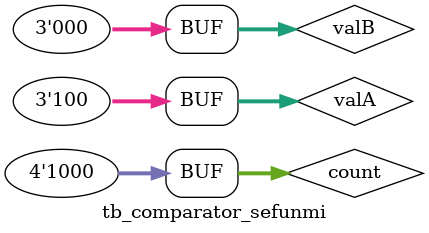
<source format=v>

`timescale 1ns/1ns 

module tb_comparator_sefunmi();
   reg   [2:0] valA, valB;
   wire aGTb, aGEb, aLTb, aLEb, aEQb, aNEb;

   reg   [3:0] count;

// Instantiate the decoder (the identifier is dut, or "device under test").
   comparator_structural_sefunmi css(valA, valB, aGTb, aGEb, aLTb, aLEb, aEQb, aNEb);

// Test input stimulus, defined as an initial block (procedure).
   initial begin	// At time t = 0, the decoder is DISABLED and dec_in = 4'b0000.
      valA = 3'b100;
      valB = 3'b000;
      #50;  			// Wait for 50 ns
    	
// We can use a loop to avoid long procedures. There are many other options to write test benches easily!
// NOTE THE DIFFERENCES IN SYNTAX BETWEEN C AND VERILOG!

// With the decoder enabled, the FOR-loop causes dec_in to take in each possible 4-bit value for 50 ns.

      for(count = 0; count < 8; count = count + 1) begin
         valB = count[3:0];
         #50;
      end

      valB = 4'b000;		// Set dec_in = 0000.
      #50;			// Wait for 50 ns.
   end



endmodule

</source>
